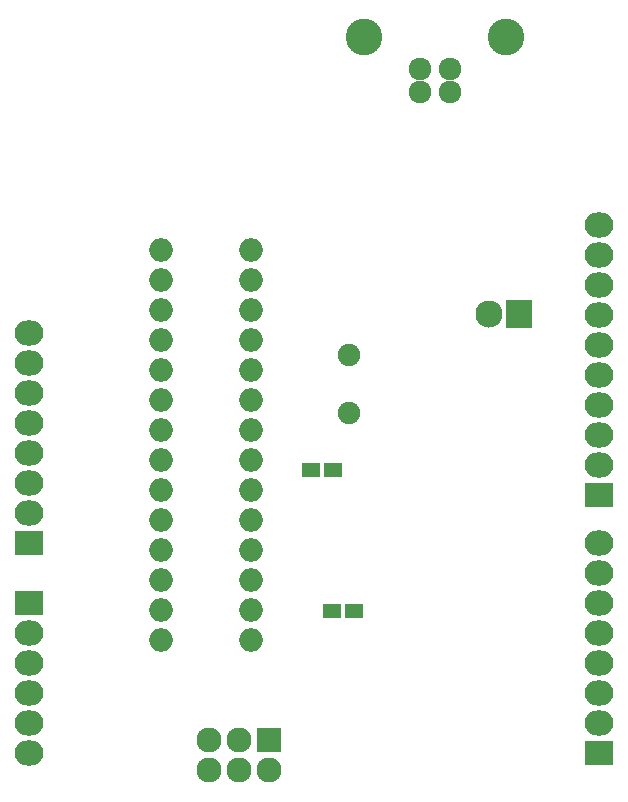
<source format=gbr>
G04 #@! TF.FileFunction,Soldermask,Bot*
%FSLAX46Y46*%
G04 Gerber Fmt 4.6, Leading zero omitted, Abs format (unit mm)*
G04 Created by KiCad (PCBNEW 4.0.4-stable) date Fri Dec  2 08:04:54 2016*
%MOMM*%
%LPD*%
G01*
G04 APERTURE LIST*
%ADD10C,0.100000*%
%ADD11C,1.901140*%
%ADD12R,1.600000X1.150000*%
%ADD13R,2.300000X2.400000*%
%ADD14C,2.300000*%
%ADD15O,2.000000X2.000000*%
%ADD16C,1.924000*%
%ADD17C,3.100020*%
%ADD18R,2.432000X2.127200*%
%ADD19O,2.432000X2.127200*%
%ADD20R,2.127200X2.127200*%
%ADD21O,2.127200X2.127200*%
G04 APERTURE END LIST*
D10*
D11*
X214740000Y-98398120D03*
X214740000Y-103280000D03*
D12*
X211540000Y-108130000D03*
X213440000Y-108130000D03*
X213290000Y-120070000D03*
X215190000Y-120070000D03*
D13*
X229190000Y-94930000D03*
D14*
X226650000Y-94930000D03*
D15*
X206490000Y-122480000D03*
X206490000Y-119940000D03*
X206490000Y-117400000D03*
X206490000Y-114860000D03*
X206490000Y-112320000D03*
X206490000Y-109780000D03*
X206490000Y-107240000D03*
X206490000Y-104700000D03*
X206490000Y-102160000D03*
X206490000Y-99620000D03*
X206490000Y-97080000D03*
X206490000Y-94540000D03*
X206490000Y-92000000D03*
X206490000Y-89460000D03*
X198870000Y-89460000D03*
X198870000Y-92000000D03*
X198870000Y-94540000D03*
X198870000Y-97080000D03*
X198870000Y-99620000D03*
X198870000Y-102160000D03*
X198870000Y-104700000D03*
X198870000Y-107240000D03*
X198870000Y-109780000D03*
X198870000Y-112320000D03*
X198870000Y-114860000D03*
X198870000Y-117400000D03*
X198870000Y-119940000D03*
X198870000Y-122480000D03*
D16*
X223290000Y-76128980D03*
X220750000Y-76128980D03*
X220750000Y-74130000D03*
X223290000Y-74130000D03*
D17*
X228019480Y-71429980D03*
X216020520Y-71429980D03*
D18*
X235950000Y-132030000D03*
D19*
X235950000Y-129490000D03*
X235950000Y-126950000D03*
X235950000Y-124410000D03*
X235950000Y-121870000D03*
X235950000Y-119330000D03*
X235950000Y-116790000D03*
X235950000Y-114250000D03*
D18*
X235950000Y-110186000D03*
D19*
X235950000Y-107646000D03*
X235950000Y-105106000D03*
X235950000Y-102566000D03*
X235950000Y-100026000D03*
X235950000Y-97486000D03*
X235950000Y-94946000D03*
X235950000Y-92406000D03*
X235950000Y-89866000D03*
X235950000Y-87326000D03*
D18*
X187690000Y-119330000D03*
D19*
X187690000Y-121870000D03*
X187690000Y-124410000D03*
X187690000Y-126950000D03*
X187690000Y-129490000D03*
X187690000Y-132030000D03*
D18*
X187690000Y-114250000D03*
D19*
X187690000Y-111710000D03*
X187690000Y-109170000D03*
X187690000Y-106630000D03*
X187690000Y-104090000D03*
X187690000Y-101550000D03*
X187690000Y-99010000D03*
X187690000Y-96470000D03*
D20*
X207990000Y-130990000D03*
D21*
X207990000Y-133530000D03*
X205450000Y-130990000D03*
X205450000Y-133530000D03*
X202910000Y-130990000D03*
X202910000Y-133530000D03*
M02*

</source>
